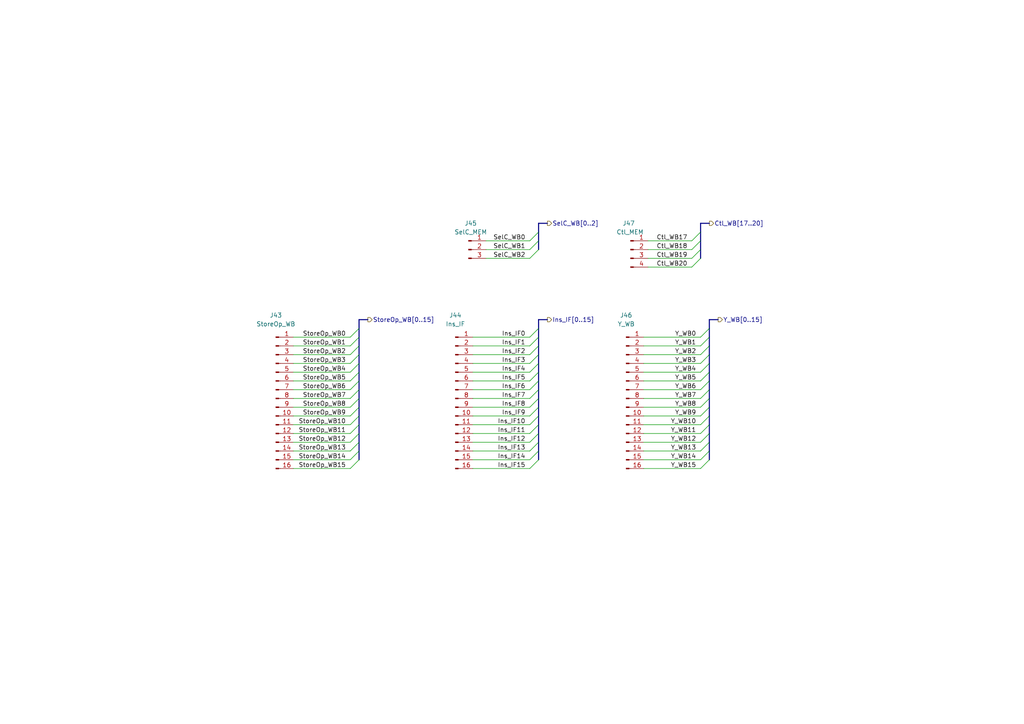
<source format=kicad_sch>
(kicad_sch (version 20250114) (generator "eeschema") (generator_version "9.0")
  (paper "A4")
  (title_block (title "Turtle16: MEM Prototype Outputs") (date "2023-03-24") (rev "B") (comment 4 "Headers for various outputs from the prototype board"))
  (lib_symbols
    (symbol "Connector:Conn_01x03_Pin" (pin_names (offset 1.016) (hide yes))
      (property "Reference" "J" (at 0 5.08 0))
      (property "Value" "Conn_01x03_Pin" (at 0 -5.08 0))
      (symbol "Conn_01x03_Pin_1_1"
        (rectangle (start 0.8636 2.667) (end 0 2.413) (stroke (width 0.1524)) (fill (type outline)))
        (rectangle (start 0.8636 0.127) (end 0 -0.127) (stroke (width 0.1524)) (fill (type outline)))
        (rectangle (start 0.8636 -2.413) (end 0 -2.667) (stroke (width 0.1524)) (fill (type outline)))
        (polyline (pts (xy 1.27 2.54) (xy 0.8636 2.54)) (stroke (width 0.1524)))
        (polyline (pts (xy 1.27 0) (xy 0.8636 0)) (stroke (width 0.1524)))
        (polyline (pts (xy 1.27 -2.54) (xy 0.8636 -2.54)) (stroke (width 0.1524)))
        (pin passive line (at 5.08 2.54 180) (length 3.81) (name "Pin_1") (number "1"))
        (pin passive line (at 5.08 0 180) (length 3.81) (name "Pin_2") (number "2"))
        (pin passive line (at 5.08 -2.54 180) (length 3.81) (name "Pin_3") (number "3"))
      )
    )
    (symbol "Connector:Conn_01x04_Pin" (pin_names (offset 1.016) (hide yes))
      (property "Reference" "J" (at 0 5.08 0))
      (property "Value" "Conn_01x04_Pin" (at 0 -7.62 0))
      (symbol "Conn_01x04_Pin_1_1"
        (rectangle (start 0.8636 2.667) (end 0 2.413) (stroke (width 0.1524)) (fill (type outline)))
        (rectangle (start 0.8636 0.127) (end 0 -0.127) (stroke (width 0.1524)) (fill (type outline)))
        (rectangle (start 0.8636 -2.413) (end 0 -2.667) (stroke (width 0.1524)) (fill (type outline)))
        (rectangle (start 0.8636 -4.953) (end 0 -5.207) (stroke (width 0.1524)) (fill (type outline)))
        (polyline (pts (xy 1.27 2.54) (xy 0.8636 2.54)) (stroke (width 0.1524)))
        (polyline (pts (xy 1.27 0) (xy 0.8636 0)) (stroke (width 0.1524)))
        (polyline (pts (xy 1.27 -2.54) (xy 0.8636 -2.54)) (stroke (width 0.1524)))
        (polyline (pts (xy 1.27 -5.08) (xy 0.8636 -5.08)) (stroke (width 0.1524)))
        (pin passive line (at 5.08 2.54 180) (length 3.81) (name "Pin_1") (number "1"))
        (pin passive line (at 5.08 0 180) (length 3.81) (name "Pin_2") (number "2"))
        (pin passive line (at 5.08 -2.54 180) (length 3.81) (name "Pin_3") (number "3"))
        (pin passive line (at 5.08 -5.08 180) (length 3.81) (name "Pin_4") (number "4"))
      )
    )
    (symbol "Connector:Conn_01x16_Pin" (pin_names (offset 1.016) (hide yes))
      (property "Reference" "J" (at 0 20.32 0))
      (property "Value" "Conn_01x16_Pin" (at 0 -22.86 0))
      (symbol "Conn_01x16_Pin_1_1"
        (rectangle (start 0.8636 17.907) (end 0 17.653) (stroke (width 0.1524)) (fill (type outline)))
        (rectangle (start 0.8636 15.367) (end 0 15.113) (stroke (width 0.1524)) (fill (type outline)))
        (rectangle (start 0.8636 12.827) (end 0 12.573) (stroke (width 0.1524)) (fill (type outline)))
        (rectangle (start 0.8636 10.287) (end 0 10.033) (stroke (width 0.1524)) (fill (type outline)))
        (rectangle (start 0.8636 7.747) (end 0 7.493) (stroke (width 0.1524)) (fill (type outline)))
        (rectangle (start 0.8636 5.207) (end 0 4.953) (stroke (width 0.1524)) (fill (type outline)))
        (rectangle (start 0.8636 2.667) (end 0 2.413) (stroke (width 0.1524)) (fill (type outline)))
        (rectangle (start 0.8636 0.127) (end 0 -0.127) (stroke (width 0.1524)) (fill (type outline)))
        (rectangle (start 0.8636 -2.413) (end 0 -2.667) (stroke (width 0.1524)) (fill (type outline)))
        (rectangle (start 0.8636 -4.953) (end 0 -5.207) (stroke (width 0.1524)) (fill (type outline)))
        (rectangle (start 0.8636 -7.493) (end 0 -7.747) (stroke (width 0.1524)) (fill (type outline)))
        (rectangle (start 0.8636 -10.033) (end 0 -10.287) (stroke (width 0.1524)) (fill (type outline)))
        (rectangle (start 0.8636 -12.573) (end 0 -12.827) (stroke (width 0.1524)) (fill (type outline)))
        (rectangle (start 0.8636 -15.113) (end 0 -15.367) (stroke (width 0.1524)) (fill (type outline)))
        (rectangle (start 0.8636 -17.653) (end 0 -17.907) (stroke (width 0.1524)) (fill (type outline)))
        (rectangle (start 0.8636 -20.193) (end 0 -20.447) (stroke (width 0.1524)) (fill (type outline)))
        (polyline (pts (xy 1.27 17.78) (xy 0.8636 17.78)) (stroke (width 0.1524)))
        (polyline (pts (xy 1.27 15.24) (xy 0.8636 15.24)) (stroke (width 0.1524)))
        (polyline (pts (xy 1.27 12.7) (xy 0.8636 12.7)) (stroke (width 0.1524)))
        (polyline (pts (xy 1.27 10.16) (xy 0.8636 10.16)) (stroke (width 0.1524)))
        (polyline (pts (xy 1.27 7.62) (xy 0.8636 7.62)) (stroke (width 0.1524)))
        (polyline (pts (xy 1.27 5.08) (xy 0.8636 5.08)) (stroke (width 0.1524)))
        (polyline (pts (xy 1.27 2.54) (xy 0.8636 2.54)) (stroke (width 0.1524)))
        (polyline (pts (xy 1.27 0) (xy 0.8636 0)) (stroke (width 0.1524)))
        (polyline (pts (xy 1.27 -2.54) (xy 0.8636 -2.54)) (stroke (width 0.1524)))
        (polyline (pts (xy 1.27 -5.08) (xy 0.8636 -5.08)) (stroke (width 0.1524)))
        (polyline (pts (xy 1.27 -7.62) (xy 0.8636 -7.62)) (stroke (width 0.1524)))
        (polyline (pts (xy 1.27 -10.16) (xy 0.8636 -10.16)) (stroke (width 0.1524)))
        (polyline (pts (xy 1.27 -12.7) (xy 0.8636 -12.7)) (stroke (width 0.1524)))
        (polyline (pts (xy 1.27 -15.24) (xy 0.8636 -15.24)) (stroke (width 0.1524)))
        (polyline (pts (xy 1.27 -17.78) (xy 0.8636 -17.78)) (stroke (width 0.1524)))
        (polyline (pts (xy 1.27 -20.32) (xy 0.8636 -20.32)) (stroke (width 0.1524)))
        (pin passive line (at 5.08 17.78 180) (length 3.81) (name "Pin_1") (number "1"))
        (pin passive line (at 5.08 15.24 180) (length 3.81) (name "Pin_2") (number "2"))
        (pin passive line (at 5.08 12.7 180) (length 3.81) (name "Pin_3") (number "3"))
        (pin passive line (at 5.08 10.16 180) (length 3.81) (name "Pin_4") (number "4"))
        (pin passive line (at 5.08 7.62 180) (length 3.81) (name "Pin_5") (number "5"))
        (pin passive line (at 5.08 5.08 180) (length 3.81) (name "Pin_6") (number "6"))
        (pin passive line (at 5.08 2.54 180) (length 3.81) (name "Pin_7") (number "7"))
        (pin passive line (at 5.08 0 180) (length 3.81) (name "Pin_8") (number "8"))
        (pin passive line (at 5.08 -2.54 180) (length 3.81) (name "Pin_9") (number "9"))
        (pin passive line (at 5.08 -5.08 180) (length 3.81) (name "Pin_10") (number "10"))
        (pin passive line (at 5.08 -7.62 180) (length 3.81) (name "Pin_11") (number "11"))
        (pin passive line (at 5.08 -10.16 180) (length 3.81) (name "Pin_12") (number "12"))
        (pin passive line (at 5.08 -12.7 180) (length 3.81) (name "Pin_13") (number "13"))
        (pin passive line (at 5.08 -15.24 180) (length 3.81) (name "Pin_14") (number "14"))
        (pin passive line (at 5.08 -17.78 180) (length 3.81) (name "Pin_15") (number "15"))
        (pin passive line (at 5.08 -20.32 180) (length 3.81) (name "Pin_16") (number "16"))
      )
    )
  )
  (bus_entry (at 156.21 125.73) (size -2.54 2.54))
  (bus_entry (at 205.74 133.35) (size -2.54 2.54))
  (bus_entry (at 156.21 107.95) (size -2.54 2.54))
  (bus_entry (at 205.74 120.65) (size -2.54 2.54))
  (bus_entry (at 205.74 123.19) (size -2.54 2.54))
  (bus_entry (at 156.21 123.19) (size -2.54 2.54))
  (bus_entry (at 156.21 118.11) (size -2.54 2.54))
  (bus_entry (at 156.21 100.33) (size -2.54 2.54))
  (bus_entry (at 156.21 95.25) (size -2.54 2.54))
  (bus_entry (at 205.74 107.95) (size -2.54 2.54))
  (bus_entry (at 205.74 113.03) (size -2.54 2.54))
  (bus_entry (at 205.74 100.33) (size -2.54 2.54))
  (bus_entry (at 104.14 125.73) (size -2.54 2.54))
  (bus_entry (at 205.74 118.11) (size -2.54 2.54))
  (bus_entry (at 205.74 128.27) (size -2.54 2.54))
  (bus_entry (at 104.14 123.19) (size -2.54 2.54))
  (bus_entry (at 104.14 120.65) (size -2.54 2.54))
  (bus_entry (at 203.2 67.31) (size -2.54 2.54))
  (bus_entry (at 156.21 120.65) (size -2.54 2.54))
  (bus_entry (at 104.14 133.35) (size -2.54 2.54))
  (bus_entry (at 156.21 102.87) (size -2.54 2.54))
  (bus_entry (at 104.14 107.95) (size -2.54 2.54))
  (bus_entry (at 104.14 118.11) (size -2.54 2.54))
  (bus_entry (at 156.21 97.79) (size -2.54 2.54))
  (bus_entry (at 156.21 133.35) (size -2.54 2.54))
  (bus_entry (at 156.21 105.41) (size -2.54 2.54))
  (bus_entry (at 104.14 95.25) (size -2.54 2.54))
  (bus_entry (at 203.2 72.39) (size -2.54 2.54))
  (bus_entry (at 104.14 115.57) (size -2.54 2.54))
  (bus_entry (at 156.21 113.03) (size -2.54 2.54))
  (bus_entry (at 205.74 110.49) (size -2.54 2.54))
  (bus_entry (at 104.14 110.49) (size -2.54 2.54))
  (bus_entry (at 104.14 130.81) (size -2.54 2.54))
  (bus_entry (at 203.2 69.85) (size -2.54 2.54))
  (bus_entry (at 205.74 130.81) (size -2.54 2.54))
  (bus_entry (at 104.14 128.27) (size -2.54 2.54))
  (bus_entry (at 156.21 128.27) (size -2.54 2.54))
  (bus_entry (at 104.14 100.33) (size -2.54 2.54))
  (bus_entry (at 205.74 97.79) (size -2.54 2.54))
  (bus_entry (at 156.21 115.57) (size -2.54 2.54))
  (bus_entry (at 104.14 113.03) (size -2.54 2.54))
  (bus_entry (at 104.14 105.41) (size -2.54 2.54))
  (bus_entry (at 156.21 72.39) (size -2.54 2.54))
  (bus_entry (at 156.21 130.81) (size -2.54 2.54))
  (bus_entry (at 205.74 115.57) (size -2.54 2.54))
  (bus_entry (at 104.14 97.79) (size -2.54 2.54))
  (bus_entry (at 203.2 74.93) (size -2.54 2.54))
  (bus_entry (at 205.74 95.25) (size -2.54 2.54))
  (bus_entry (at 156.21 110.49) (size -2.54 2.54))
  (bus_entry (at 205.74 105.41) (size -2.54 2.54))
  (bus_entry (at 205.74 102.87) (size -2.54 2.54))
  (bus_entry (at 205.74 125.73) (size -2.54 2.54))
  (bus_entry (at 156.21 69.85) (size -2.54 2.54))
  (bus_entry (at 156.21 67.31) (size -2.54 2.54))
  (bus_entry (at 104.14 102.87) (size -2.54 2.54))
  (wire (pts (xy 153.67 128.27) (xy 137.16 128.27)))
  (bus (pts (xy 205.74 118.11) (xy 205.74 120.65)))
  (wire (pts (xy 101.6 120.65) (xy 85.09 120.65)))
  (wire (pts (xy 153.67 123.19) (xy 137.16 123.19)))
  (wire (pts (xy 101.6 123.19) (xy 85.09 123.19)))
  (bus (pts (xy 156.21 118.11) (xy 156.21 120.65)))
  (wire (pts (xy 101.6 100.33) (xy 85.09 100.33)))
  (bus (pts (xy 156.21 105.41) (xy 156.21 107.95)))
  (wire (pts (xy 153.67 110.49) (xy 137.16 110.49)))
  (bus (pts (xy 104.14 102.87) (xy 104.14 105.41)))
  (bus (pts (xy 205.74 128.27) (xy 205.74 130.81)))
  (wire (pts (xy 203.2 107.95) (xy 186.69 107.95)))
  (wire (pts (xy 101.6 128.27) (xy 85.09 128.27)))
  (bus (pts (xy 203.2 67.31) (xy 203.2 69.85)))
  (wire (pts (xy 153.67 125.73) (xy 137.16 125.73)))
  (bus (pts (xy 205.74 113.03) (xy 205.74 115.57)))
  (wire (pts (xy 101.6 130.81) (xy 85.09 130.81)))
  (bus (pts (xy 156.21 69.85) (xy 156.21 72.39)))
  (bus (pts (xy 104.14 118.11) (xy 104.14 120.65)))
  (wire (pts (xy 153.67 118.11) (xy 137.16 118.11)))
  (bus (pts (xy 104.14 105.41) (xy 104.14 107.95)))
  (bus (pts (xy 158.75 92.71) (xy 156.21 92.71)))
  (wire (pts (xy 203.2 118.11) (xy 186.69 118.11)))
  (bus (pts (xy 156.21 95.25) (xy 156.21 97.79)))
  (wire (pts (xy 153.67 97.79) (xy 137.16 97.79)))
  (wire (pts (xy 200.66 77.47) (xy 187.96 77.47)))
  (bus (pts (xy 104.14 92.71) (xy 104.14 95.25)))
  (bus (pts (xy 208.28 92.71) (xy 205.74 92.71)))
  (bus (pts (xy 203.2 72.39) (xy 203.2 74.93)))
  (wire (pts (xy 203.2 130.81) (xy 186.69 130.81)))
  (bus (pts (xy 158.75 64.77) (xy 156.21 64.77)))
  (wire (pts (xy 203.2 100.33) (xy 186.69 100.33)))
  (bus (pts (xy 203.2 64.77) (xy 203.2 67.31)))
  (wire (pts (xy 203.2 125.73) (xy 186.69 125.73)))
  (bus (pts (xy 205.74 100.33) (xy 205.74 102.87)))
  (bus (pts (xy 205.74 95.25) (xy 205.74 97.79)))
  (bus (pts (xy 203.2 69.85) (xy 203.2 72.39)))
  (bus (pts (xy 205.74 102.87) (xy 205.74 105.41)))
  (bus (pts (xy 104.14 115.57) (xy 104.14 118.11)))
  (wire (pts (xy 153.67 135.89) (xy 137.16 135.89)))
  (wire (pts (xy 101.6 110.49) (xy 85.09 110.49)))
  (wire (pts (xy 203.2 97.79) (xy 186.69 97.79)))
  (bus (pts (xy 156.21 130.81) (xy 156.21 133.35)))
  (wire (pts (xy 101.6 107.95) (xy 85.09 107.95)))
  (wire (pts (xy 101.6 135.89) (xy 85.09 135.89)))
  (bus (pts (xy 104.14 120.65) (xy 104.14 123.19)))
  (wire (pts (xy 200.66 72.39) (xy 187.96 72.39)))
  (bus (pts (xy 205.74 107.95) (xy 205.74 110.49)))
  (wire (pts (xy 200.66 69.85) (xy 187.96 69.85)))
  (bus (pts (xy 156.21 113.03) (xy 156.21 115.57)))
  (bus (pts (xy 205.74 120.65) (xy 205.74 123.19)))
  (wire (pts (xy 203.2 123.19) (xy 186.69 123.19)))
  (wire (pts (xy 203.2 113.03) (xy 186.69 113.03)))
  (wire (pts (xy 101.6 115.57) (xy 85.09 115.57)))
  (wire (pts (xy 153.67 69.85) (xy 140.97 69.85)))
  (bus (pts (xy 156.21 110.49) (xy 156.21 113.03)))
  (wire (pts (xy 101.6 118.11) (xy 85.09 118.11)))
  (wire (pts (xy 101.6 125.73) (xy 85.09 125.73)))
  (bus (pts (xy 205.74 64.77) (xy 203.2 64.77)))
  (wire (pts (xy 153.67 102.87) (xy 137.16 102.87)))
  (bus (pts (xy 205.74 123.19) (xy 205.74 125.73)))
  (wire (pts (xy 101.6 133.35) (xy 85.09 133.35)))
  (bus (pts (xy 156.21 107.95) (xy 156.21 110.49)))
  (bus (pts (xy 104.14 97.79) (xy 104.14 100.33)))
  (wire (pts (xy 203.2 115.57) (xy 186.69 115.57)))
  (bus (pts (xy 104.14 128.27) (xy 104.14 130.81)))
  (bus (pts (xy 156.21 97.79) (xy 156.21 100.33)))
  (bus (pts (xy 104.14 130.81) (xy 104.14 133.35)))
  (wire (pts (xy 203.2 128.27) (xy 186.69 128.27)))
  (wire (pts (xy 203.2 105.41) (xy 186.69 105.41)))
  (wire (pts (xy 153.67 115.57) (xy 137.16 115.57)))
  (bus (pts (xy 205.74 105.41) (xy 205.74 107.95)))
  (bus (pts (xy 205.74 130.81) (xy 205.74 133.35)))
  (wire (pts (xy 101.6 102.87) (xy 85.09 102.87)))
  (wire (pts (xy 203.2 120.65) (xy 186.69 120.65)))
  (bus (pts (xy 205.74 97.79) (xy 205.74 100.33)))
  (bus (pts (xy 205.74 92.71) (xy 205.74 95.25)))
  (wire (pts (xy 203.2 133.35) (xy 186.69 133.35)))
  (wire (pts (xy 200.66 74.93) (xy 187.96 74.93)))
  (wire (pts (xy 153.67 130.81) (xy 137.16 130.81)))
  (bus (pts (xy 104.14 95.25) (xy 104.14 97.79)))
  (wire (pts (xy 153.67 133.35) (xy 137.16 133.35)))
  (wire (pts (xy 153.67 72.39) (xy 140.97 72.39)))
  (bus (pts (xy 205.74 110.49) (xy 205.74 113.03)))
  (bus (pts (xy 156.21 115.57) (xy 156.21 118.11)))
  (bus (pts (xy 205.74 115.57) (xy 205.74 118.11)))
  (wire (pts (xy 153.67 113.03) (xy 137.16 113.03)))
  (bus (pts (xy 156.21 128.27) (xy 156.21 130.81)))
  (bus (pts (xy 104.14 110.49) (xy 104.14 113.03)))
  (bus (pts (xy 156.21 125.73) (xy 156.21 128.27)))
  (bus (pts (xy 156.21 67.31) (xy 156.21 69.85)))
  (bus (pts (xy 104.14 113.03) (xy 104.14 115.57)))
  (bus (pts (xy 104.14 107.95) (xy 104.14 110.49)))
  (bus (pts (xy 156.21 102.87) (xy 156.21 105.41)))
  (wire (pts (xy 203.2 102.87) (xy 186.69 102.87)))
  (bus (pts (xy 104.14 100.33) (xy 104.14 102.87)))
  (wire (pts (xy 153.67 100.33) (xy 137.16 100.33)))
  (bus (pts (xy 205.74 125.73) (xy 205.74 128.27)))
  (wire (pts (xy 101.6 113.03) (xy 85.09 113.03)))
  (bus (pts (xy 156.21 92.71) (xy 156.21 95.25)))
  (bus (pts (xy 156.21 123.19) (xy 156.21 125.73)))
  (wire (pts (xy 101.6 105.41) (xy 85.09 105.41)))
  (wire (pts (xy 203.2 110.49) (xy 186.69 110.49)))
  (wire (pts (xy 101.6 97.79) (xy 85.09 97.79)))
  (wire (pts (xy 153.67 74.93) (xy 140.97 74.93)))
  (bus (pts (xy 156.21 64.77) (xy 156.21 67.31)))
  (wire (pts (xy 203.2 135.89) (xy 186.69 135.89)))
  (bus (pts (xy 156.21 120.65) (xy 156.21 123.19)))
  (bus (pts (xy 104.14 123.19) (xy 104.14 125.73)))
  (wire (pts (xy 153.67 105.41) (xy 137.16 105.41)))
  (wire (pts (xy 153.67 107.95) (xy 137.16 107.95)))
  (bus (pts (xy 106.68 92.71) (xy 104.14 92.71)))
  (wire (pts (xy 153.67 120.65) (xy 137.16 120.65)))
  (bus (pts (xy 104.14 125.73) (xy 104.14 128.27)))
  (bus (pts (xy 156.21 100.33) (xy 156.21 102.87)))
  (label "Ins_IF8" (at 152.4 118.11 180))
  (label "StoreOp_WB2" (at 100.33 102.87 180))
  (label "Ctl_WB17" (at 199.39 69.85 180))
  (label "Ins_IF13" (at 152.4 130.81 180))
  (label "StoreOp_WB4" (at 100.33 107.95 180))
  (label "Y_WB3" (at 201.93 105.41 180))
  (label "Y_WB2" (at 201.93 102.87 180))
  (label "Y_WB15" (at 201.93 135.89 180))
  (label "StoreOp_WB0" (at 100.33 97.79 180))
  (label "Ins_IF7" (at 152.4 115.57 180))
  (label "Ctl_WB20" (at 199.39 77.47 180))
  (label "StoreOp_WB7" (at 100.33 115.57 180))
  (label "Y_WB5" (at 201.93 110.49 180))
  (label "Y_WB1" (at 201.93 100.33 180))
  (label "StoreOp_WB15" (at 100.33 135.89 180))
  (label "Ctl_WB18" (at 199.39 72.39 180))
  (label "Ins_IF14" (at 152.4 133.35 180))
  (label "Ins_IF10" (at 152.4 123.19 180))
  (label "Y_WB11" (at 201.93 125.73 180))
  (label "Ins_IF5" (at 152.4 110.49 180))
  (label "Ins_IF6" (at 152.4 113.03 180))
  (label "StoreOp_WB9" (at 100.33 120.65 180))
  (label "StoreOp_WB5" (at 100.33 110.49 180))
  (label "StoreOp_WB6" (at 100.33 113.03 180))
  (label "StoreOp_WB1" (at 100.33 100.33 180))
  (label "Ctl_WB19" (at 199.39 74.93 180))
  (label "Ins_IF3" (at 152.4 105.41 180))
  (label "Ins_IF9" (at 152.4 120.65 180))
  (label "Y_WB4" (at 201.93 107.95 180))
  (label "Y_WB8" (at 201.93 118.11 180))
  (label "Y_WB12" (at 201.93 128.27 180))
  (label "StoreOp_WB3" (at 100.33 105.41 180))
  (label "StoreOp_WB12" (at 100.33 128.27 180))
  (label "StoreOp_WB10" (at 100.33 123.19 180))
  (label "Ins_IF2" (at 152.4 102.87 180))
  (label "StoreOp_WB14" (at 100.33 133.35 180))
  (label "Ins_IF4" (at 152.4 107.95 180))
  (label "Y_WB13" (at 201.93 130.81 180))
  (label "StoreOp_WB11" (at 100.33 125.73 180))
  (label "SelC_WB1" (at 152.4 72.39 180))
  (label "Ins_IF15" (at 152.4 135.89 180))
  (label "SelC_WB0" (at 152.4 69.85 180))
  (label "Y_WB10" (at 201.93 123.19 180))
  (label "Y_WB6" (at 201.93 113.03 180))
  (label "Y_WB14" (at 201.93 133.35 180))
  (label "Ins_IF11" (at 152.4 125.73 180))
  (label "Y_WB9" (at 201.93 120.65 180))
  (label "Y_WB7" (at 201.93 115.57 180))
  (label "SelC_WB2" (at 152.4 74.93 180))
  (label "Y_WB0" (at 201.93 97.79 180))
  (label "StoreOp_WB13" (at 100.33 130.81 180))
  (label "Ins_IF12" (at 152.4 128.27 180))
  (label "Ins_IF1" (at 152.4 100.33 180))
  (label "StoreOp_WB8" (at 100.33 118.11 180))
  (label "Ins_IF0" (at 152.4 97.79 180))
  (hierarchical_label "Ins_IF[0..15]" (shape output) (at 158.75 92.71 0))
  (hierarchical_label "Y_WB[0..15]" (shape output) (at 208.28 92.71 0))
  (hierarchical_label "SelC_WB[0..2]" (shape output) (at 158.75 64.77 0))
  (hierarchical_label "StoreOp_WB[0..15]" (shape output) (at 106.68 92.71 0))
  (hierarchical_label "Ctl_WB[17..20]" (shape output) (at 205.74 64.77 0))
  (symbol (lib_id "Connector:Conn_01x04_Pin") (at 182.88 72.39 0) (unit 1)
    (property "Reference" "J47" (at 184.15 64.77 0) (effects (justify right)))
    (property "Value" "Ctl_MEM" (at 186.69 67.31 0) (effects (justify right)))
    (property "Footprint" "Connector_PinHeader_2.54mm:PinHeader_1x04_P2.54mm_Vertical" (effects (hide yes)))
  )
  (symbol (lib_id "Connector:Conn_01x03_Pin") (at 135.89 72.39 0) (unit 1)
    (property "Reference" "J45" (at 136.525 64.77 0))
    (property "Value" "SelC_MEM" (at 136.525 67.31 0))
    (property "Footprint" "Connector_PinHeader_2.54mm:PinHeader_1x03_P2.54mm_Vertical" (effects (hide yes)))
  )
  (symbol (lib_id "Connector:Conn_01x16_Pin") (at 132.08 115.57 0) (unit 1)
    (property "Reference" "J44" (at 132.08 91.44 0))
    (property "Value" "Ins_IF" (at 132.08 93.98 0))
    (property "Footprint" "Connector_PinHeader_2.54mm:PinHeader_1x16_P2.54mm_Vertical" (effects (hide yes)))
  )
  (symbol (lib_id "Connector:Conn_01x16_Pin") (at 80.01 115.57 0) (unit 1)
    (property "Reference" "J43" (at 80.01 91.44 0))
    (property "Value" "StoreOp_WB" (at 80.01 93.98 0))
    (property "Footprint" "Connector_PinHeader_2.54mm:PinHeader_1x16_P2.54mm_Vertical" (effects (hide yes)))
  )
  (symbol (lib_id "Connector:Conn_01x16_Pin") (at 181.61 115.57 0) (unit 1)
    (property "Reference" "J46" (at 181.61 91.44 0))
    (property "Value" "Y_WB" (at 181.61 93.98 0))
    (property "Footprint" "Connector_PinHeader_2.54mm:PinHeader_1x16_P2.54mm_Vertical" (effects (hide yes)))
  )
)
</source>
